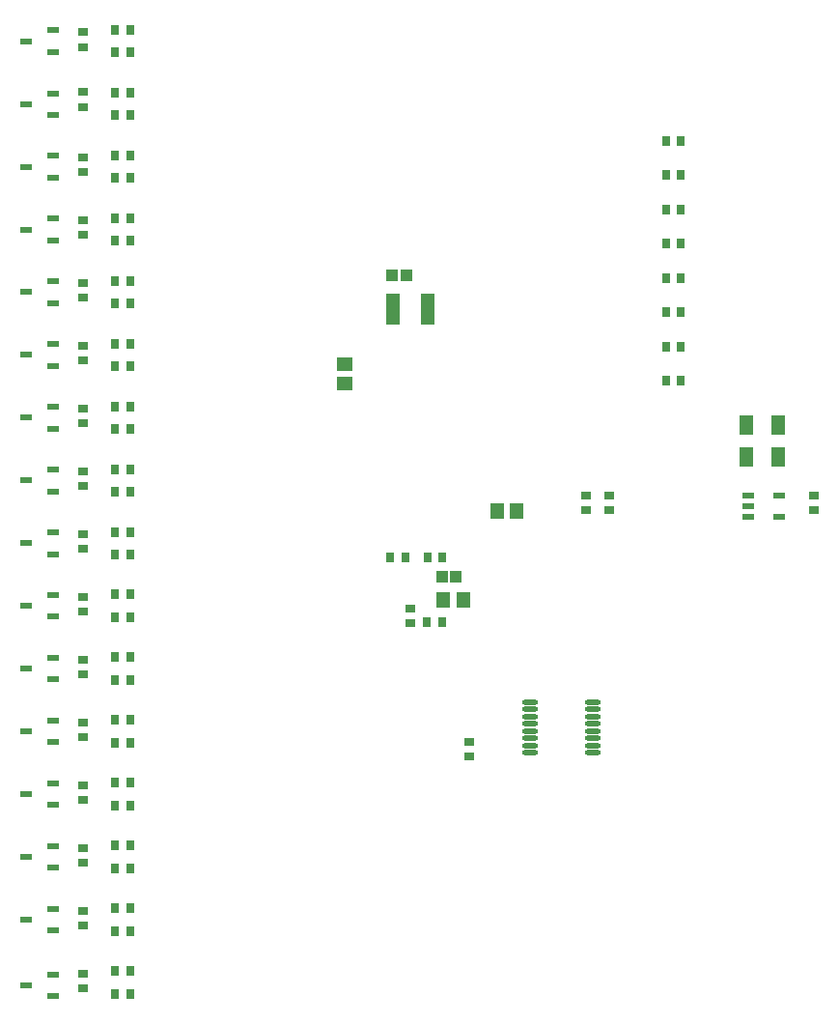
<source format=gbp>
G04*
G04 #@! TF.GenerationSoftware,Altium Limited,Altium Designer,18.1.11 (251)*
G04*
G04 Layer_Color=128*
%FSLAX25Y25*%
%MOIN*%
G70*
G01*
G75*
%ADD20R,0.03740X0.03150*%
%ADD22R,0.03150X0.03740*%
%ADD23R,0.05709X0.04921*%
%ADD31R,0.03937X0.03937*%
%ADD32R,0.04528X0.10630*%
%ADD37R,0.04921X0.05709*%
%ADD85R,0.03937X0.02362*%
%ADD86O,0.05709X0.01772*%
%ADD87R,0.04528X0.06890*%
D20*
X261519Y106496D02*
D03*
Y111614D02*
D03*
X380315Y196622D02*
D03*
Y191504D02*
D03*
X301575Y191535D02*
D03*
Y196653D02*
D03*
X309728Y191520D02*
D03*
Y196638D02*
D03*
X127953Y26575D02*
D03*
Y31693D02*
D03*
Y48228D02*
D03*
Y53347D02*
D03*
Y91535D02*
D03*
Y96653D02*
D03*
Y113189D02*
D03*
Y118307D02*
D03*
Y134843D02*
D03*
Y139961D02*
D03*
Y156496D02*
D03*
Y161614D02*
D03*
Y178150D02*
D03*
Y183268D02*
D03*
Y199803D02*
D03*
Y204921D02*
D03*
X127953Y221457D02*
D03*
Y226575D02*
D03*
Y243110D02*
D03*
Y248228D02*
D03*
Y264764D02*
D03*
Y269882D02*
D03*
X127953Y286417D02*
D03*
Y291535D02*
D03*
Y308071D02*
D03*
Y313189D02*
D03*
Y351378D02*
D03*
Y356496D02*
D03*
X127953Y330709D02*
D03*
Y335827D02*
D03*
X127953Y69882D02*
D03*
Y75000D02*
D03*
X240945Y152559D02*
D03*
Y157677D02*
D03*
D22*
X247047Y175330D02*
D03*
X252165D02*
D03*
X329298Y236221D02*
D03*
X334416D02*
D03*
X329298Y248031D02*
D03*
X334416D02*
D03*
X329298Y259842D02*
D03*
X334416D02*
D03*
X329331Y271654D02*
D03*
X334449D02*
D03*
X329298Y283465D02*
D03*
X334416D02*
D03*
X329331Y295276D02*
D03*
X334449D02*
D03*
X329298Y307087D02*
D03*
X334416D02*
D03*
X329298Y318898D02*
D03*
X334416D02*
D03*
X239317Y175197D02*
D03*
X234199D02*
D03*
X246877Y152756D02*
D03*
X251995D02*
D03*
X144291Y24606D02*
D03*
X139173D02*
D03*
X144291Y46260D02*
D03*
X139173D02*
D03*
X144291Y67913D02*
D03*
X139173D02*
D03*
X144291Y89567D02*
D03*
X139173D02*
D03*
X144291Y111221D02*
D03*
X139173D02*
D03*
X144291Y132874D02*
D03*
X139173D02*
D03*
X144291Y154528D02*
D03*
X139173D02*
D03*
X144291Y176181D02*
D03*
X139173D02*
D03*
X144291Y197835D02*
D03*
X139173D02*
D03*
X144291Y219488D02*
D03*
X139173D02*
D03*
X144291Y241142D02*
D03*
X139173D02*
D03*
X144291Y262795D02*
D03*
X139173D02*
D03*
X144291Y284449D02*
D03*
X139173D02*
D03*
X144291Y306102D02*
D03*
X139173D02*
D03*
X144291Y327756D02*
D03*
X139173D02*
D03*
X144291Y349409D02*
D03*
X139173D02*
D03*
X144291Y32480D02*
D03*
X139173D02*
D03*
X144291Y54134D02*
D03*
X139173D02*
D03*
X144291Y75787D02*
D03*
X139173D02*
D03*
X144291Y97441D02*
D03*
X139173D02*
D03*
X144291Y119095D02*
D03*
X139173D02*
D03*
X144291Y140748D02*
D03*
X139173D02*
D03*
X144291Y162402D02*
D03*
X139173D02*
D03*
X144291Y184055D02*
D03*
X139173D02*
D03*
X144291Y205709D02*
D03*
X139173D02*
D03*
X144291Y227362D02*
D03*
X139173D02*
D03*
X144291Y249016D02*
D03*
X139173D02*
D03*
X144291Y270669D02*
D03*
X139173D02*
D03*
X144291Y292323D02*
D03*
X139173D02*
D03*
X144291Y313976D02*
D03*
X139173D02*
D03*
X144291Y335630D02*
D03*
X139173D02*
D03*
X144291Y357283D02*
D03*
X139173D02*
D03*
D23*
X218504Y241929D02*
D03*
Y235236D02*
D03*
D31*
X256693Y168701D02*
D03*
X251969D02*
D03*
X234842Y272638D02*
D03*
X239567D02*
D03*
D32*
X235138Y260827D02*
D03*
X247146D02*
D03*
D37*
X252559Y160711D02*
D03*
X259252D02*
D03*
X277756Y191339D02*
D03*
X271063D02*
D03*
D85*
X357677Y189173D02*
D03*
Y192913D02*
D03*
Y196653D02*
D03*
X368307D02*
D03*
Y189173D02*
D03*
X108268Y27559D02*
D03*
X117717Y23819D02*
D03*
Y31299D02*
D03*
X108268Y50197D02*
D03*
X117717Y46457D02*
D03*
Y53937D02*
D03*
X108268Y71850D02*
D03*
X117717Y68110D02*
D03*
Y75590D02*
D03*
X108268Y93504D02*
D03*
X117717Y89764D02*
D03*
Y97244D02*
D03*
X108268Y115157D02*
D03*
X117717Y111417D02*
D03*
Y118898D02*
D03*
X108268Y136811D02*
D03*
X117717Y133071D02*
D03*
Y140551D02*
D03*
X108268Y158465D02*
D03*
X117717Y154724D02*
D03*
Y162205D02*
D03*
X108268Y180118D02*
D03*
X117717Y176378D02*
D03*
Y183858D02*
D03*
X108268Y201772D02*
D03*
X117717Y198031D02*
D03*
Y205512D02*
D03*
X108268Y223425D02*
D03*
X117717Y219685D02*
D03*
Y227165D02*
D03*
X108268Y245079D02*
D03*
X117717Y241339D02*
D03*
Y248819D02*
D03*
X108268Y266732D02*
D03*
X117717Y262992D02*
D03*
Y270473D02*
D03*
X108268Y288386D02*
D03*
X117717Y284646D02*
D03*
Y292126D02*
D03*
X108268Y310039D02*
D03*
X117717Y306299D02*
D03*
Y313779D02*
D03*
X108268Y331496D02*
D03*
X117717Y327756D02*
D03*
Y335236D02*
D03*
X108268Y353346D02*
D03*
X117717Y349606D02*
D03*
Y357087D02*
D03*
D86*
X282562Y107785D02*
D03*
Y110285D02*
D03*
Y112785D02*
D03*
Y115285D02*
D03*
Y117785D02*
D03*
Y120285D02*
D03*
Y122785D02*
D03*
Y125285D02*
D03*
X304018Y107785D02*
D03*
Y110285D02*
D03*
Y112785D02*
D03*
Y115285D02*
D03*
Y117785D02*
D03*
Y120285D02*
D03*
Y122785D02*
D03*
Y125285D02*
D03*
D87*
X356988Y209842D02*
D03*
X368209D02*
D03*
X368209Y220866D02*
D03*
X356988D02*
D03*
M02*

</source>
